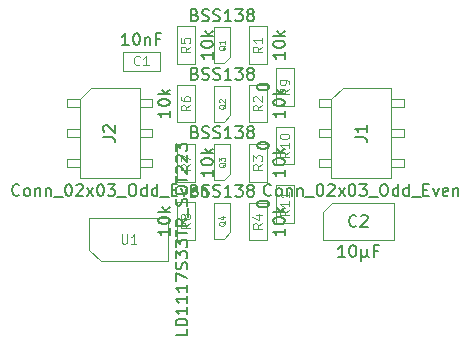
<source format=gbr>
%TF.GenerationSoftware,KiCad,Pcbnew,(5.1.6)-1*%
%TF.CreationDate,2020-06-05T20:50:24+02:00*%
%TF.ProjectId,TinyISPLevelShifter,54696e79-4953-4504-9c65-76656c536869,rev?*%
%TF.SameCoordinates,Original*%
%TF.FileFunction,Other,Fab,Top*%
%FSLAX46Y46*%
G04 Gerber Fmt 4.6, Leading zero omitted, Abs format (unit mm)*
G04 Created by KiCad (PCBNEW (5.1.6)-1) date 2020-06-05 20:50:24*
%MOMM*%
%LPD*%
G01*
G04 APERTURE LIST*
%ADD10C,0.100000*%
%ADD11C,0.150000*%
%ADD12C,0.120000*%
%ADD13C,0.075000*%
G04 APERTURE END LIST*
D10*
%TO.C,J2*%
X136838000Y-92268000D02*
X135778000Y-92268000D01*
X136838000Y-91628000D02*
X136838000Y-92268000D01*
X135778000Y-91628000D02*
X136838000Y-91628000D01*
X129638000Y-92268000D02*
X130698000Y-92268000D01*
X129638000Y-91628000D02*
X129638000Y-92268000D01*
X130698000Y-91628000D02*
X129638000Y-91628000D01*
X136838000Y-89728000D02*
X135778000Y-89728000D01*
X136838000Y-89088000D02*
X136838000Y-89728000D01*
X135778000Y-89088000D02*
X136838000Y-89088000D01*
X129638000Y-89728000D02*
X130698000Y-89728000D01*
X129638000Y-89088000D02*
X129638000Y-89728000D01*
X130698000Y-89088000D02*
X129638000Y-89088000D01*
X136838000Y-87188000D02*
X135778000Y-87188000D01*
X136838000Y-86548000D02*
X136838000Y-87188000D01*
X135778000Y-86548000D02*
X136838000Y-86548000D01*
X129638000Y-87188000D02*
X130698000Y-87188000D01*
X129638000Y-86548000D02*
X129638000Y-87188000D01*
X130698000Y-86548000D02*
X129638000Y-86548000D01*
X135778000Y-85598000D02*
X135778000Y-93218000D01*
X130698000Y-86548000D02*
X131648000Y-85598000D01*
X130698000Y-93218000D02*
X130698000Y-86548000D01*
X131648000Y-85598000D02*
X135778000Y-85598000D01*
X135778000Y-93218000D02*
X130698000Y-93218000D01*
%TO.C,J1*%
X158144000Y-92268000D02*
X157084000Y-92268000D01*
X158144000Y-91628000D02*
X158144000Y-92268000D01*
X157084000Y-91628000D02*
X158144000Y-91628000D01*
X150944000Y-92268000D02*
X152004000Y-92268000D01*
X150944000Y-91628000D02*
X150944000Y-92268000D01*
X152004000Y-91628000D02*
X150944000Y-91628000D01*
X158144000Y-89728000D02*
X157084000Y-89728000D01*
X158144000Y-89088000D02*
X158144000Y-89728000D01*
X157084000Y-89088000D02*
X158144000Y-89088000D01*
X150944000Y-89728000D02*
X152004000Y-89728000D01*
X150944000Y-89088000D02*
X150944000Y-89728000D01*
X152004000Y-89088000D02*
X150944000Y-89088000D01*
X158144000Y-87188000D02*
X157084000Y-87188000D01*
X158144000Y-86548000D02*
X158144000Y-87188000D01*
X157084000Y-86548000D02*
X158144000Y-86548000D01*
X150944000Y-87188000D02*
X152004000Y-87188000D01*
X150944000Y-86548000D02*
X150944000Y-87188000D01*
X152004000Y-86548000D02*
X150944000Y-86548000D01*
X157084000Y-85598000D02*
X157084000Y-93218000D01*
X152004000Y-86548000D02*
X152954000Y-85598000D01*
X152004000Y-93218000D02*
X152004000Y-86548000D01*
X152954000Y-85598000D02*
X157084000Y-85598000D01*
X157084000Y-93218000D02*
X152004000Y-93218000D01*
%TO.C,R11*%
X147282000Y-97013500D02*
X147282000Y-93813500D01*
X148882000Y-97013500D02*
X147282000Y-97013500D01*
X148882000Y-93813500D02*
X148882000Y-97013500D01*
X147282000Y-93813500D02*
X148882000Y-93813500D01*
%TO.C,R10*%
X147282000Y-92060500D02*
X147282000Y-88860500D01*
X148882000Y-92060500D02*
X147282000Y-92060500D01*
X148882000Y-88860500D02*
X148882000Y-92060500D01*
X147282000Y-88860500D02*
X148882000Y-88860500D01*
%TO.C,R9*%
X147282000Y-87107500D02*
X147282000Y-83907500D01*
X148882000Y-87107500D02*
X147282000Y-87107500D01*
X148882000Y-83907500D02*
X148882000Y-87107500D01*
X147282000Y-83907500D02*
X148882000Y-83907500D01*
%TO.C,C2*%
X157295000Y-95301000D02*
X152095000Y-95301000D01*
X152095000Y-95301000D02*
X151295000Y-96101000D01*
X151295000Y-96101000D02*
X151295000Y-98501000D01*
X151295000Y-98501000D02*
X157295000Y-98501000D01*
X157295000Y-98501000D02*
X157295000Y-95301000D01*
%TO.C,U1*%
X131510000Y-96575000D02*
X138210000Y-96575000D01*
X138210000Y-100275000D02*
X138210000Y-96575000D01*
X131510000Y-99275000D02*
X131510000Y-96575000D01*
X132510000Y-100275000D02*
X138210000Y-100275000D01*
X132510000Y-100275000D02*
X131510000Y-99275000D01*
%TO.C,R8*%
X138900000Y-98464500D02*
X138900000Y-95264500D01*
X140500000Y-98464500D02*
X138900000Y-98464500D01*
X140500000Y-95264500D02*
X140500000Y-98464500D01*
X138900000Y-95264500D02*
X140500000Y-95264500D01*
%TO.C,R7*%
X140500000Y-90311500D02*
X140500000Y-93511500D01*
X138900000Y-90311500D02*
X140500000Y-90311500D01*
X138900000Y-93511500D02*
X138900000Y-90311500D01*
X140500000Y-93511500D02*
X138900000Y-93511500D01*
%TO.C,R6*%
X138900000Y-88504500D02*
X138900000Y-85304500D01*
X140500000Y-88504500D02*
X138900000Y-88504500D01*
X140500000Y-85304500D02*
X140500000Y-88504500D01*
X138900000Y-85304500D02*
X140500000Y-85304500D01*
%TO.C,R5*%
X140500000Y-80351500D02*
X140500000Y-83551500D01*
X138900000Y-80351500D02*
X140500000Y-80351500D01*
X138900000Y-83551500D02*
X138900000Y-80351500D01*
X140500000Y-83551500D02*
X138900000Y-83551500D01*
%TO.C,R4*%
X146596000Y-95301000D02*
X146596000Y-98501000D01*
X144996000Y-95301000D02*
X146596000Y-95301000D01*
X144996000Y-98501000D02*
X144996000Y-95301000D01*
X146596000Y-98501000D02*
X144996000Y-98501000D01*
%TO.C,R3*%
X146596000Y-90311500D02*
X146596000Y-93511500D01*
X144996000Y-90311500D02*
X146596000Y-90311500D01*
X144996000Y-93511500D02*
X144996000Y-90311500D01*
X146596000Y-93511500D02*
X144996000Y-93511500D01*
%TO.C,R2*%
X146596000Y-85304500D02*
X146596000Y-88504500D01*
X144996000Y-85304500D02*
X146596000Y-85304500D01*
X144996000Y-88504500D02*
X144996000Y-85304500D01*
X146596000Y-88504500D02*
X144996000Y-88504500D01*
%TO.C,R1*%
X146596000Y-80351500D02*
X146596000Y-83551500D01*
X144996000Y-80351500D02*
X146596000Y-80351500D01*
X144996000Y-83551500D02*
X144996000Y-80351500D01*
X146596000Y-83551500D02*
X144996000Y-83551500D01*
%TO.C,Q4*%
X143448000Y-95317500D02*
X142048000Y-95317500D01*
X142048000Y-98357500D02*
X142048000Y-95317500D01*
X143448000Y-97787500D02*
X142898000Y-98357500D01*
X142898000Y-98357500D02*
X142048000Y-98357500D01*
X143448000Y-97787500D02*
X143448000Y-95337500D01*
%TO.C,Q3*%
X143464000Y-90362000D02*
X142064000Y-90362000D01*
X142064000Y-93402000D02*
X142064000Y-90362000D01*
X143464000Y-92832000D02*
X142914000Y-93402000D01*
X142914000Y-93402000D02*
X142064000Y-93402000D01*
X143464000Y-92832000D02*
X143464000Y-90382000D01*
%TO.C,Q2*%
X143464000Y-85414000D02*
X142064000Y-85414000D01*
X142064000Y-88454000D02*
X142064000Y-85414000D01*
X143464000Y-87884000D02*
X142914000Y-88454000D01*
X142914000Y-88454000D02*
X142064000Y-88454000D01*
X143464000Y-87884000D02*
X143464000Y-85434000D01*
%TO.C,Q1*%
X143448000Y-80461000D02*
X142048000Y-80461000D01*
X142048000Y-83501000D02*
X142048000Y-80461000D01*
X143448000Y-82931000D02*
X142898000Y-83501000D01*
X142898000Y-83501000D02*
X142048000Y-83501000D01*
X143448000Y-82931000D02*
X143448000Y-80481000D01*
%TO.C,C1*%
X134326500Y-82512000D02*
X137526500Y-82512000D01*
X134326500Y-84112000D02*
X134326500Y-82512000D01*
X137526500Y-84112000D02*
X134326500Y-84112000D01*
X137526500Y-82512000D02*
X137526500Y-84112000D01*
%TD*%
%TO.C,J2*%
D11*
X125595142Y-94635142D02*
X125547523Y-94682761D01*
X125404666Y-94730380D01*
X125309428Y-94730380D01*
X125166571Y-94682761D01*
X125071333Y-94587523D01*
X125023714Y-94492285D01*
X124976095Y-94301809D01*
X124976095Y-94158952D01*
X125023714Y-93968476D01*
X125071333Y-93873238D01*
X125166571Y-93778000D01*
X125309428Y-93730380D01*
X125404666Y-93730380D01*
X125547523Y-93778000D01*
X125595142Y-93825619D01*
X126166571Y-94730380D02*
X126071333Y-94682761D01*
X126023714Y-94635142D01*
X125976095Y-94539904D01*
X125976095Y-94254190D01*
X126023714Y-94158952D01*
X126071333Y-94111333D01*
X126166571Y-94063714D01*
X126309428Y-94063714D01*
X126404666Y-94111333D01*
X126452285Y-94158952D01*
X126499904Y-94254190D01*
X126499904Y-94539904D01*
X126452285Y-94635142D01*
X126404666Y-94682761D01*
X126309428Y-94730380D01*
X126166571Y-94730380D01*
X126928476Y-94063714D02*
X126928476Y-94730380D01*
X126928476Y-94158952D02*
X126976095Y-94111333D01*
X127071333Y-94063714D01*
X127214190Y-94063714D01*
X127309428Y-94111333D01*
X127357047Y-94206571D01*
X127357047Y-94730380D01*
X127833238Y-94063714D02*
X127833238Y-94730380D01*
X127833238Y-94158952D02*
X127880857Y-94111333D01*
X127976095Y-94063714D01*
X128118952Y-94063714D01*
X128214190Y-94111333D01*
X128261809Y-94206571D01*
X128261809Y-94730380D01*
X128499904Y-94825619D02*
X129261809Y-94825619D01*
X129690380Y-93730380D02*
X129785619Y-93730380D01*
X129880857Y-93778000D01*
X129928476Y-93825619D01*
X129976095Y-93920857D01*
X130023714Y-94111333D01*
X130023714Y-94349428D01*
X129976095Y-94539904D01*
X129928476Y-94635142D01*
X129880857Y-94682761D01*
X129785619Y-94730380D01*
X129690380Y-94730380D01*
X129595142Y-94682761D01*
X129547523Y-94635142D01*
X129499904Y-94539904D01*
X129452285Y-94349428D01*
X129452285Y-94111333D01*
X129499904Y-93920857D01*
X129547523Y-93825619D01*
X129595142Y-93778000D01*
X129690380Y-93730380D01*
X130404666Y-93825619D02*
X130452285Y-93778000D01*
X130547523Y-93730380D01*
X130785619Y-93730380D01*
X130880857Y-93778000D01*
X130928476Y-93825619D01*
X130976095Y-93920857D01*
X130976095Y-94016095D01*
X130928476Y-94158952D01*
X130357047Y-94730380D01*
X130976095Y-94730380D01*
X131309428Y-94730380D02*
X131833238Y-94063714D01*
X131309428Y-94063714D02*
X131833238Y-94730380D01*
X132404666Y-93730380D02*
X132499904Y-93730380D01*
X132595142Y-93778000D01*
X132642761Y-93825619D01*
X132690380Y-93920857D01*
X132738000Y-94111333D01*
X132738000Y-94349428D01*
X132690380Y-94539904D01*
X132642761Y-94635142D01*
X132595142Y-94682761D01*
X132499904Y-94730380D01*
X132404666Y-94730380D01*
X132309428Y-94682761D01*
X132261809Y-94635142D01*
X132214190Y-94539904D01*
X132166571Y-94349428D01*
X132166571Y-94111333D01*
X132214190Y-93920857D01*
X132261809Y-93825619D01*
X132309428Y-93778000D01*
X132404666Y-93730380D01*
X133071333Y-93730380D02*
X133690380Y-93730380D01*
X133357047Y-94111333D01*
X133499904Y-94111333D01*
X133595142Y-94158952D01*
X133642761Y-94206571D01*
X133690380Y-94301809D01*
X133690380Y-94539904D01*
X133642761Y-94635142D01*
X133595142Y-94682761D01*
X133499904Y-94730380D01*
X133214190Y-94730380D01*
X133118952Y-94682761D01*
X133071333Y-94635142D01*
X133880857Y-94825619D02*
X134642761Y-94825619D01*
X135071333Y-93730380D02*
X135261809Y-93730380D01*
X135357047Y-93778000D01*
X135452285Y-93873238D01*
X135499904Y-94063714D01*
X135499904Y-94397047D01*
X135452285Y-94587523D01*
X135357047Y-94682761D01*
X135261809Y-94730380D01*
X135071333Y-94730380D01*
X134976095Y-94682761D01*
X134880857Y-94587523D01*
X134833238Y-94397047D01*
X134833238Y-94063714D01*
X134880857Y-93873238D01*
X134976095Y-93778000D01*
X135071333Y-93730380D01*
X136357047Y-94730380D02*
X136357047Y-93730380D01*
X136357047Y-94682761D02*
X136261809Y-94730380D01*
X136071333Y-94730380D01*
X135976095Y-94682761D01*
X135928476Y-94635142D01*
X135880857Y-94539904D01*
X135880857Y-94254190D01*
X135928476Y-94158952D01*
X135976095Y-94111333D01*
X136071333Y-94063714D01*
X136261809Y-94063714D01*
X136357047Y-94111333D01*
X137261809Y-94730380D02*
X137261809Y-93730380D01*
X137261809Y-94682761D02*
X137166571Y-94730380D01*
X136976095Y-94730380D01*
X136880857Y-94682761D01*
X136833238Y-94635142D01*
X136785619Y-94539904D01*
X136785619Y-94254190D01*
X136833238Y-94158952D01*
X136880857Y-94111333D01*
X136976095Y-94063714D01*
X137166571Y-94063714D01*
X137261809Y-94111333D01*
X137499904Y-94825619D02*
X138261809Y-94825619D01*
X138499904Y-94206571D02*
X138833238Y-94206571D01*
X138976095Y-94730380D02*
X138499904Y-94730380D01*
X138499904Y-93730380D01*
X138976095Y-93730380D01*
X139309428Y-94063714D02*
X139547523Y-94730380D01*
X139785619Y-94063714D01*
X140547523Y-94682761D02*
X140452285Y-94730380D01*
X140261809Y-94730380D01*
X140166571Y-94682761D01*
X140118952Y-94587523D01*
X140118952Y-94206571D01*
X140166571Y-94111333D01*
X140261809Y-94063714D01*
X140452285Y-94063714D01*
X140547523Y-94111333D01*
X140595142Y-94206571D01*
X140595142Y-94301809D01*
X140118952Y-94397047D01*
X141023714Y-94063714D02*
X141023714Y-94730380D01*
X141023714Y-94158952D02*
X141071333Y-94111333D01*
X141166571Y-94063714D01*
X141309428Y-94063714D01*
X141404666Y-94111333D01*
X141452285Y-94206571D01*
X141452285Y-94730380D01*
X132690380Y-89741333D02*
X133404666Y-89741333D01*
X133547523Y-89788952D01*
X133642761Y-89884190D01*
X133690380Y-90027047D01*
X133690380Y-90122285D01*
X132785619Y-89312761D02*
X132738000Y-89265142D01*
X132690380Y-89169904D01*
X132690380Y-88931809D01*
X132738000Y-88836571D01*
X132785619Y-88788952D01*
X132880857Y-88741333D01*
X132976095Y-88741333D01*
X133118952Y-88788952D01*
X133690380Y-89360380D01*
X133690380Y-88741333D01*
%TO.C,J1*%
X146901142Y-94635142D02*
X146853523Y-94682761D01*
X146710666Y-94730380D01*
X146615428Y-94730380D01*
X146472571Y-94682761D01*
X146377333Y-94587523D01*
X146329714Y-94492285D01*
X146282095Y-94301809D01*
X146282095Y-94158952D01*
X146329714Y-93968476D01*
X146377333Y-93873238D01*
X146472571Y-93778000D01*
X146615428Y-93730380D01*
X146710666Y-93730380D01*
X146853523Y-93778000D01*
X146901142Y-93825619D01*
X147472571Y-94730380D02*
X147377333Y-94682761D01*
X147329714Y-94635142D01*
X147282095Y-94539904D01*
X147282095Y-94254190D01*
X147329714Y-94158952D01*
X147377333Y-94111333D01*
X147472571Y-94063714D01*
X147615428Y-94063714D01*
X147710666Y-94111333D01*
X147758285Y-94158952D01*
X147805904Y-94254190D01*
X147805904Y-94539904D01*
X147758285Y-94635142D01*
X147710666Y-94682761D01*
X147615428Y-94730380D01*
X147472571Y-94730380D01*
X148234476Y-94063714D02*
X148234476Y-94730380D01*
X148234476Y-94158952D02*
X148282095Y-94111333D01*
X148377333Y-94063714D01*
X148520190Y-94063714D01*
X148615428Y-94111333D01*
X148663047Y-94206571D01*
X148663047Y-94730380D01*
X149139238Y-94063714D02*
X149139238Y-94730380D01*
X149139238Y-94158952D02*
X149186857Y-94111333D01*
X149282095Y-94063714D01*
X149424952Y-94063714D01*
X149520190Y-94111333D01*
X149567809Y-94206571D01*
X149567809Y-94730380D01*
X149805904Y-94825619D02*
X150567809Y-94825619D01*
X150996380Y-93730380D02*
X151091619Y-93730380D01*
X151186857Y-93778000D01*
X151234476Y-93825619D01*
X151282095Y-93920857D01*
X151329714Y-94111333D01*
X151329714Y-94349428D01*
X151282095Y-94539904D01*
X151234476Y-94635142D01*
X151186857Y-94682761D01*
X151091619Y-94730380D01*
X150996380Y-94730380D01*
X150901142Y-94682761D01*
X150853523Y-94635142D01*
X150805904Y-94539904D01*
X150758285Y-94349428D01*
X150758285Y-94111333D01*
X150805904Y-93920857D01*
X150853523Y-93825619D01*
X150901142Y-93778000D01*
X150996380Y-93730380D01*
X151710666Y-93825619D02*
X151758285Y-93778000D01*
X151853523Y-93730380D01*
X152091619Y-93730380D01*
X152186857Y-93778000D01*
X152234476Y-93825619D01*
X152282095Y-93920857D01*
X152282095Y-94016095D01*
X152234476Y-94158952D01*
X151663047Y-94730380D01*
X152282095Y-94730380D01*
X152615428Y-94730380D02*
X153139238Y-94063714D01*
X152615428Y-94063714D02*
X153139238Y-94730380D01*
X153710666Y-93730380D02*
X153805904Y-93730380D01*
X153901142Y-93778000D01*
X153948761Y-93825619D01*
X153996380Y-93920857D01*
X154044000Y-94111333D01*
X154044000Y-94349428D01*
X153996380Y-94539904D01*
X153948761Y-94635142D01*
X153901142Y-94682761D01*
X153805904Y-94730380D01*
X153710666Y-94730380D01*
X153615428Y-94682761D01*
X153567809Y-94635142D01*
X153520190Y-94539904D01*
X153472571Y-94349428D01*
X153472571Y-94111333D01*
X153520190Y-93920857D01*
X153567809Y-93825619D01*
X153615428Y-93778000D01*
X153710666Y-93730380D01*
X154377333Y-93730380D02*
X154996380Y-93730380D01*
X154663047Y-94111333D01*
X154805904Y-94111333D01*
X154901142Y-94158952D01*
X154948761Y-94206571D01*
X154996380Y-94301809D01*
X154996380Y-94539904D01*
X154948761Y-94635142D01*
X154901142Y-94682761D01*
X154805904Y-94730380D01*
X154520190Y-94730380D01*
X154424952Y-94682761D01*
X154377333Y-94635142D01*
X155186857Y-94825619D02*
X155948761Y-94825619D01*
X156377333Y-93730380D02*
X156567809Y-93730380D01*
X156663047Y-93778000D01*
X156758285Y-93873238D01*
X156805904Y-94063714D01*
X156805904Y-94397047D01*
X156758285Y-94587523D01*
X156663047Y-94682761D01*
X156567809Y-94730380D01*
X156377333Y-94730380D01*
X156282095Y-94682761D01*
X156186857Y-94587523D01*
X156139238Y-94397047D01*
X156139238Y-94063714D01*
X156186857Y-93873238D01*
X156282095Y-93778000D01*
X156377333Y-93730380D01*
X157663047Y-94730380D02*
X157663047Y-93730380D01*
X157663047Y-94682761D02*
X157567809Y-94730380D01*
X157377333Y-94730380D01*
X157282095Y-94682761D01*
X157234476Y-94635142D01*
X157186857Y-94539904D01*
X157186857Y-94254190D01*
X157234476Y-94158952D01*
X157282095Y-94111333D01*
X157377333Y-94063714D01*
X157567809Y-94063714D01*
X157663047Y-94111333D01*
X158567809Y-94730380D02*
X158567809Y-93730380D01*
X158567809Y-94682761D02*
X158472571Y-94730380D01*
X158282095Y-94730380D01*
X158186857Y-94682761D01*
X158139238Y-94635142D01*
X158091619Y-94539904D01*
X158091619Y-94254190D01*
X158139238Y-94158952D01*
X158186857Y-94111333D01*
X158282095Y-94063714D01*
X158472571Y-94063714D01*
X158567809Y-94111333D01*
X158805904Y-94825619D02*
X159567809Y-94825619D01*
X159805904Y-94206571D02*
X160139238Y-94206571D01*
X160282095Y-94730380D02*
X159805904Y-94730380D01*
X159805904Y-93730380D01*
X160282095Y-93730380D01*
X160615428Y-94063714D02*
X160853523Y-94730380D01*
X161091619Y-94063714D01*
X161853523Y-94682761D02*
X161758285Y-94730380D01*
X161567809Y-94730380D01*
X161472571Y-94682761D01*
X161424952Y-94587523D01*
X161424952Y-94206571D01*
X161472571Y-94111333D01*
X161567809Y-94063714D01*
X161758285Y-94063714D01*
X161853523Y-94111333D01*
X161901142Y-94206571D01*
X161901142Y-94301809D01*
X161424952Y-94397047D01*
X162329714Y-94063714D02*
X162329714Y-94730380D01*
X162329714Y-94158952D02*
X162377333Y-94111333D01*
X162472571Y-94063714D01*
X162615428Y-94063714D01*
X162710666Y-94111333D01*
X162758285Y-94206571D01*
X162758285Y-94730380D01*
X153996380Y-89741333D02*
X154710666Y-89741333D01*
X154853523Y-89788952D01*
X154948761Y-89884190D01*
X154996380Y-90027047D01*
X154996380Y-90122285D01*
X154996380Y-88741333D02*
X154996380Y-89312761D01*
X154996380Y-89027047D02*
X153996380Y-89027047D01*
X154139238Y-89122285D01*
X154234476Y-89217523D01*
X154282095Y-89312761D01*
%TO.C,R11*%
X145714380Y-95461119D02*
X145714380Y-95365880D01*
X145762000Y-95270642D01*
X145809619Y-95223023D01*
X145904857Y-95175404D01*
X146095333Y-95127785D01*
X146333428Y-95127785D01*
X146523904Y-95175404D01*
X146619142Y-95223023D01*
X146666761Y-95270642D01*
X146714380Y-95365880D01*
X146714380Y-95461119D01*
X146666761Y-95556357D01*
X146619142Y-95603976D01*
X146523904Y-95651595D01*
X146333428Y-95699214D01*
X146095333Y-95699214D01*
X145904857Y-95651595D01*
X145809619Y-95603976D01*
X145762000Y-95556357D01*
X145714380Y-95461119D01*
D12*
X148443904Y-95927785D02*
X148062952Y-96194452D01*
X148443904Y-96384928D02*
X147643904Y-96384928D01*
X147643904Y-96080166D01*
X147682000Y-96003976D01*
X147720095Y-95965880D01*
X147796285Y-95927785D01*
X147910571Y-95927785D01*
X147986761Y-95965880D01*
X148024857Y-96003976D01*
X148062952Y-96080166D01*
X148062952Y-96384928D01*
X148443904Y-95165880D02*
X148443904Y-95623023D01*
X148443904Y-95394452D02*
X147643904Y-95394452D01*
X147758190Y-95470642D01*
X147834380Y-95546833D01*
X147872476Y-95623023D01*
X148443904Y-94403976D02*
X148443904Y-94861119D01*
X148443904Y-94632547D02*
X147643904Y-94632547D01*
X147758190Y-94708738D01*
X147834380Y-94784928D01*
X147872476Y-94861119D01*
%TO.C,R10*%
D11*
X145714380Y-90508119D02*
X145714380Y-90412880D01*
X145762000Y-90317642D01*
X145809619Y-90270023D01*
X145904857Y-90222404D01*
X146095333Y-90174785D01*
X146333428Y-90174785D01*
X146523904Y-90222404D01*
X146619142Y-90270023D01*
X146666761Y-90317642D01*
X146714380Y-90412880D01*
X146714380Y-90508119D01*
X146666761Y-90603357D01*
X146619142Y-90650976D01*
X146523904Y-90698595D01*
X146333428Y-90746214D01*
X146095333Y-90746214D01*
X145904857Y-90698595D01*
X145809619Y-90650976D01*
X145762000Y-90603357D01*
X145714380Y-90508119D01*
D12*
X148443904Y-90974785D02*
X148062952Y-91241452D01*
X148443904Y-91431928D02*
X147643904Y-91431928D01*
X147643904Y-91127166D01*
X147682000Y-91050976D01*
X147720095Y-91012880D01*
X147796285Y-90974785D01*
X147910571Y-90974785D01*
X147986761Y-91012880D01*
X148024857Y-91050976D01*
X148062952Y-91127166D01*
X148062952Y-91431928D01*
X148443904Y-90212880D02*
X148443904Y-90670023D01*
X148443904Y-90441452D02*
X147643904Y-90441452D01*
X147758190Y-90517642D01*
X147834380Y-90593833D01*
X147872476Y-90670023D01*
X147643904Y-89717642D02*
X147643904Y-89641452D01*
X147682000Y-89565261D01*
X147720095Y-89527166D01*
X147796285Y-89489071D01*
X147948666Y-89450976D01*
X148139142Y-89450976D01*
X148291523Y-89489071D01*
X148367714Y-89527166D01*
X148405809Y-89565261D01*
X148443904Y-89641452D01*
X148443904Y-89717642D01*
X148405809Y-89793833D01*
X148367714Y-89831928D01*
X148291523Y-89870023D01*
X148139142Y-89908119D01*
X147948666Y-89908119D01*
X147796285Y-89870023D01*
X147720095Y-89831928D01*
X147682000Y-89793833D01*
X147643904Y-89717642D01*
%TO.C,R9*%
D11*
X145714380Y-85555119D02*
X145714380Y-85459880D01*
X145762000Y-85364642D01*
X145809619Y-85317023D01*
X145904857Y-85269404D01*
X146095333Y-85221785D01*
X146333428Y-85221785D01*
X146523904Y-85269404D01*
X146619142Y-85317023D01*
X146666761Y-85364642D01*
X146714380Y-85459880D01*
X146714380Y-85555119D01*
X146666761Y-85650357D01*
X146619142Y-85697976D01*
X146523904Y-85745595D01*
X146333428Y-85793214D01*
X146095333Y-85793214D01*
X145904857Y-85745595D01*
X145809619Y-85697976D01*
X145762000Y-85650357D01*
X145714380Y-85555119D01*
D12*
X148443904Y-85640833D02*
X148062952Y-85907500D01*
X148443904Y-86097976D02*
X147643904Y-86097976D01*
X147643904Y-85793214D01*
X147682000Y-85717023D01*
X147720095Y-85678928D01*
X147796285Y-85640833D01*
X147910571Y-85640833D01*
X147986761Y-85678928D01*
X148024857Y-85717023D01*
X148062952Y-85793214D01*
X148062952Y-86097976D01*
X148443904Y-85259880D02*
X148443904Y-85107500D01*
X148405809Y-85031309D01*
X148367714Y-84993214D01*
X148253428Y-84917023D01*
X148101047Y-84878928D01*
X147796285Y-84878928D01*
X147720095Y-84917023D01*
X147682000Y-84955119D01*
X147643904Y-85031309D01*
X147643904Y-85183690D01*
X147682000Y-85259880D01*
X147720095Y-85297976D01*
X147796285Y-85336071D01*
X147986761Y-85336071D01*
X148062952Y-85297976D01*
X148101047Y-85259880D01*
X148139142Y-85183690D01*
X148139142Y-85031309D01*
X148101047Y-84955119D01*
X148062952Y-84917023D01*
X147986761Y-84878928D01*
%TO.C,C2*%
D11*
X153152142Y-99903380D02*
X152580714Y-99903380D01*
X152866428Y-99903380D02*
X152866428Y-98903380D01*
X152771190Y-99046238D01*
X152675952Y-99141476D01*
X152580714Y-99189095D01*
X153771190Y-98903380D02*
X153866428Y-98903380D01*
X153961666Y-98951000D01*
X154009285Y-98998619D01*
X154056904Y-99093857D01*
X154104523Y-99284333D01*
X154104523Y-99522428D01*
X154056904Y-99712904D01*
X154009285Y-99808142D01*
X153961666Y-99855761D01*
X153866428Y-99903380D01*
X153771190Y-99903380D01*
X153675952Y-99855761D01*
X153628333Y-99808142D01*
X153580714Y-99712904D01*
X153533095Y-99522428D01*
X153533095Y-99284333D01*
X153580714Y-99093857D01*
X153628333Y-98998619D01*
X153675952Y-98951000D01*
X153771190Y-98903380D01*
X154533095Y-99236714D02*
X154533095Y-100236714D01*
X155009285Y-99760523D02*
X155056904Y-99855761D01*
X155152142Y-99903380D01*
X154533095Y-99760523D02*
X154580714Y-99855761D01*
X154675952Y-99903380D01*
X154866428Y-99903380D01*
X154961666Y-99855761D01*
X155009285Y-99760523D01*
X155009285Y-99236714D01*
X155914047Y-99379571D02*
X155580714Y-99379571D01*
X155580714Y-99903380D02*
X155580714Y-98903380D01*
X156056904Y-98903380D01*
X154128333Y-97258142D02*
X154080714Y-97305761D01*
X153937857Y-97353380D01*
X153842619Y-97353380D01*
X153699761Y-97305761D01*
X153604523Y-97210523D01*
X153556904Y-97115285D01*
X153509285Y-96924809D01*
X153509285Y-96781952D01*
X153556904Y-96591476D01*
X153604523Y-96496238D01*
X153699761Y-96401000D01*
X153842619Y-96353380D01*
X153937857Y-96353380D01*
X154080714Y-96401000D01*
X154128333Y-96448619D01*
X154509285Y-96448619D02*
X154556904Y-96401000D01*
X154652142Y-96353380D01*
X154890238Y-96353380D01*
X154985476Y-96401000D01*
X155033095Y-96448619D01*
X155080714Y-96543857D01*
X155080714Y-96639095D01*
X155033095Y-96781952D01*
X154461666Y-97353380D01*
X155080714Y-97353380D01*
%TO.C,U1*%
X139812380Y-106020238D02*
X139812380Y-106496428D01*
X138812380Y-106496428D01*
X139812380Y-105686904D02*
X138812380Y-105686904D01*
X138812380Y-105448809D01*
X138860000Y-105305952D01*
X138955238Y-105210714D01*
X139050476Y-105163095D01*
X139240952Y-105115476D01*
X139383809Y-105115476D01*
X139574285Y-105163095D01*
X139669523Y-105210714D01*
X139764761Y-105305952D01*
X139812380Y-105448809D01*
X139812380Y-105686904D01*
X139812380Y-104163095D02*
X139812380Y-104734523D01*
X139812380Y-104448809D02*
X138812380Y-104448809D01*
X138955238Y-104544047D01*
X139050476Y-104639285D01*
X139098095Y-104734523D01*
X139812380Y-103210714D02*
X139812380Y-103782142D01*
X139812380Y-103496428D02*
X138812380Y-103496428D01*
X138955238Y-103591666D01*
X139050476Y-103686904D01*
X139098095Y-103782142D01*
X139812380Y-102258333D02*
X139812380Y-102829761D01*
X139812380Y-102544047D02*
X138812380Y-102544047D01*
X138955238Y-102639285D01*
X139050476Y-102734523D01*
X139098095Y-102829761D01*
X138812380Y-101925000D02*
X138812380Y-101258333D01*
X139812380Y-101686904D01*
X139764761Y-100925000D02*
X139812380Y-100782142D01*
X139812380Y-100544047D01*
X139764761Y-100448809D01*
X139717142Y-100401190D01*
X139621904Y-100353571D01*
X139526666Y-100353571D01*
X139431428Y-100401190D01*
X139383809Y-100448809D01*
X139336190Y-100544047D01*
X139288571Y-100734523D01*
X139240952Y-100829761D01*
X139193333Y-100877380D01*
X139098095Y-100925000D01*
X139002857Y-100925000D01*
X138907619Y-100877380D01*
X138860000Y-100829761D01*
X138812380Y-100734523D01*
X138812380Y-100496428D01*
X138860000Y-100353571D01*
X138812380Y-100020238D02*
X138812380Y-99401190D01*
X139193333Y-99734523D01*
X139193333Y-99591666D01*
X139240952Y-99496428D01*
X139288571Y-99448809D01*
X139383809Y-99401190D01*
X139621904Y-99401190D01*
X139717142Y-99448809D01*
X139764761Y-99496428D01*
X139812380Y-99591666D01*
X139812380Y-99877380D01*
X139764761Y-99972619D01*
X139717142Y-100020238D01*
X138812380Y-99067857D02*
X138812380Y-98448809D01*
X139193333Y-98782142D01*
X139193333Y-98639285D01*
X139240952Y-98544047D01*
X139288571Y-98496428D01*
X139383809Y-98448809D01*
X139621904Y-98448809D01*
X139717142Y-98496428D01*
X139764761Y-98544047D01*
X139812380Y-98639285D01*
X139812380Y-98925000D01*
X139764761Y-99020238D01*
X139717142Y-99067857D01*
X138812380Y-98163095D02*
X138812380Y-97591666D01*
X139812380Y-97877380D02*
X138812380Y-97877380D01*
X139812380Y-96686904D02*
X139336190Y-97020238D01*
X139812380Y-97258333D02*
X138812380Y-97258333D01*
X138812380Y-96877380D01*
X138860000Y-96782142D01*
X138907619Y-96734523D01*
X139002857Y-96686904D01*
X139145714Y-96686904D01*
X139240952Y-96734523D01*
X139288571Y-96782142D01*
X139336190Y-96877380D01*
X139336190Y-97258333D01*
X139907619Y-96496428D02*
X139907619Y-95734523D01*
X139764761Y-95544047D02*
X139812380Y-95401190D01*
X139812380Y-95163095D01*
X139764761Y-95067857D01*
X139717142Y-95020238D01*
X139621904Y-94972619D01*
X139526666Y-94972619D01*
X139431428Y-95020238D01*
X139383809Y-95067857D01*
X139336190Y-95163095D01*
X139288571Y-95353571D01*
X139240952Y-95448809D01*
X139193333Y-95496428D01*
X139098095Y-95544047D01*
X139002857Y-95544047D01*
X138907619Y-95496428D01*
X138860000Y-95448809D01*
X138812380Y-95353571D01*
X138812380Y-95115476D01*
X138860000Y-94972619D01*
X138812380Y-94353571D02*
X138812380Y-94163095D01*
X138860000Y-94067857D01*
X138955238Y-93972619D01*
X139145714Y-93925000D01*
X139479047Y-93925000D01*
X139669523Y-93972619D01*
X139764761Y-94067857D01*
X139812380Y-94163095D01*
X139812380Y-94353571D01*
X139764761Y-94448809D01*
X139669523Y-94544047D01*
X139479047Y-94591666D01*
X139145714Y-94591666D01*
X138955238Y-94544047D01*
X138860000Y-94448809D01*
X138812380Y-94353571D01*
X138812380Y-93639285D02*
X138812380Y-93067857D01*
X139812380Y-93353571D02*
X138812380Y-93353571D01*
X138907619Y-92782142D02*
X138860000Y-92734523D01*
X138812380Y-92639285D01*
X138812380Y-92401190D01*
X138860000Y-92305952D01*
X138907619Y-92258333D01*
X139002857Y-92210714D01*
X139098095Y-92210714D01*
X139240952Y-92258333D01*
X139812380Y-92829761D01*
X139812380Y-92210714D01*
X138907619Y-91829761D02*
X138860000Y-91782142D01*
X138812380Y-91686904D01*
X138812380Y-91448809D01*
X138860000Y-91353571D01*
X138907619Y-91305952D01*
X139002857Y-91258333D01*
X139098095Y-91258333D01*
X139240952Y-91305952D01*
X139812380Y-91877380D01*
X139812380Y-91258333D01*
X138812380Y-90925000D02*
X138812380Y-90305952D01*
X139193333Y-90639285D01*
X139193333Y-90496428D01*
X139240952Y-90401190D01*
X139288571Y-90353571D01*
X139383809Y-90305952D01*
X139621904Y-90305952D01*
X139717142Y-90353571D01*
X139764761Y-90401190D01*
X139812380Y-90496428D01*
X139812380Y-90782142D01*
X139764761Y-90877380D01*
X139717142Y-90925000D01*
D12*
X134250476Y-97986904D02*
X134250476Y-98634523D01*
X134288571Y-98710714D01*
X134326666Y-98748809D01*
X134402857Y-98786904D01*
X134555238Y-98786904D01*
X134631428Y-98748809D01*
X134669523Y-98710714D01*
X134707619Y-98634523D01*
X134707619Y-97986904D01*
X135507619Y-98786904D02*
X135050476Y-98786904D01*
X135279047Y-98786904D02*
X135279047Y-97986904D01*
X135202857Y-98101190D01*
X135126666Y-98177380D01*
X135050476Y-98215476D01*
%TO.C,R8*%
D11*
X138332380Y-97459738D02*
X138332380Y-98031166D01*
X138332380Y-97745452D02*
X137332380Y-97745452D01*
X137475238Y-97840690D01*
X137570476Y-97935928D01*
X137618095Y-98031166D01*
X137332380Y-96840690D02*
X137332380Y-96745452D01*
X137380000Y-96650214D01*
X137427619Y-96602595D01*
X137522857Y-96554976D01*
X137713333Y-96507357D01*
X137951428Y-96507357D01*
X138141904Y-96554976D01*
X138237142Y-96602595D01*
X138284761Y-96650214D01*
X138332380Y-96745452D01*
X138332380Y-96840690D01*
X138284761Y-96935928D01*
X138237142Y-96983547D01*
X138141904Y-97031166D01*
X137951428Y-97078785D01*
X137713333Y-97078785D01*
X137522857Y-97031166D01*
X137427619Y-96983547D01*
X137380000Y-96935928D01*
X137332380Y-96840690D01*
X138332380Y-96078785D02*
X137332380Y-96078785D01*
X137951428Y-95983547D02*
X138332380Y-95697833D01*
X137665714Y-95697833D02*
X138046666Y-96078785D01*
D12*
X140061904Y-96997833D02*
X139680952Y-97264500D01*
X140061904Y-97454976D02*
X139261904Y-97454976D01*
X139261904Y-97150214D01*
X139300000Y-97074023D01*
X139338095Y-97035928D01*
X139414285Y-96997833D01*
X139528571Y-96997833D01*
X139604761Y-97035928D01*
X139642857Y-97074023D01*
X139680952Y-97150214D01*
X139680952Y-97454976D01*
X139604761Y-96540690D02*
X139566666Y-96616880D01*
X139528571Y-96654976D01*
X139452380Y-96693071D01*
X139414285Y-96693071D01*
X139338095Y-96654976D01*
X139300000Y-96616880D01*
X139261904Y-96540690D01*
X139261904Y-96388309D01*
X139300000Y-96312119D01*
X139338095Y-96274023D01*
X139414285Y-96235928D01*
X139452380Y-96235928D01*
X139528571Y-96274023D01*
X139566666Y-96312119D01*
X139604761Y-96388309D01*
X139604761Y-96540690D01*
X139642857Y-96616880D01*
X139680952Y-96654976D01*
X139757142Y-96693071D01*
X139909523Y-96693071D01*
X139985714Y-96654976D01*
X140023809Y-96616880D01*
X140061904Y-96540690D01*
X140061904Y-96388309D01*
X140023809Y-96312119D01*
X139985714Y-96274023D01*
X139909523Y-96235928D01*
X139757142Y-96235928D01*
X139680952Y-96274023D01*
X139642857Y-96312119D01*
X139604761Y-96388309D01*
%TO.C,R7*%
D11*
X141972380Y-92506738D02*
X141972380Y-93078166D01*
X141972380Y-92792452D02*
X140972380Y-92792452D01*
X141115238Y-92887690D01*
X141210476Y-92982928D01*
X141258095Y-93078166D01*
X140972380Y-91887690D02*
X140972380Y-91792452D01*
X141020000Y-91697214D01*
X141067619Y-91649595D01*
X141162857Y-91601976D01*
X141353333Y-91554357D01*
X141591428Y-91554357D01*
X141781904Y-91601976D01*
X141877142Y-91649595D01*
X141924761Y-91697214D01*
X141972380Y-91792452D01*
X141972380Y-91887690D01*
X141924761Y-91982928D01*
X141877142Y-92030547D01*
X141781904Y-92078166D01*
X141591428Y-92125785D01*
X141353333Y-92125785D01*
X141162857Y-92078166D01*
X141067619Y-92030547D01*
X141020000Y-91982928D01*
X140972380Y-91887690D01*
X141972380Y-91125785D02*
X140972380Y-91125785D01*
X141591428Y-91030547D02*
X141972380Y-90744833D01*
X141305714Y-90744833D02*
X141686666Y-91125785D01*
D12*
X140061904Y-92044833D02*
X139680952Y-92311500D01*
X140061904Y-92501976D02*
X139261904Y-92501976D01*
X139261904Y-92197214D01*
X139300000Y-92121023D01*
X139338095Y-92082928D01*
X139414285Y-92044833D01*
X139528571Y-92044833D01*
X139604761Y-92082928D01*
X139642857Y-92121023D01*
X139680952Y-92197214D01*
X139680952Y-92501976D01*
X139261904Y-91778166D02*
X139261904Y-91244833D01*
X140061904Y-91587690D01*
%TO.C,R6*%
D11*
X138332380Y-87499738D02*
X138332380Y-88071166D01*
X138332380Y-87785452D02*
X137332380Y-87785452D01*
X137475238Y-87880690D01*
X137570476Y-87975928D01*
X137618095Y-88071166D01*
X137332380Y-86880690D02*
X137332380Y-86785452D01*
X137380000Y-86690214D01*
X137427619Y-86642595D01*
X137522857Y-86594976D01*
X137713333Y-86547357D01*
X137951428Y-86547357D01*
X138141904Y-86594976D01*
X138237142Y-86642595D01*
X138284761Y-86690214D01*
X138332380Y-86785452D01*
X138332380Y-86880690D01*
X138284761Y-86975928D01*
X138237142Y-87023547D01*
X138141904Y-87071166D01*
X137951428Y-87118785D01*
X137713333Y-87118785D01*
X137522857Y-87071166D01*
X137427619Y-87023547D01*
X137380000Y-86975928D01*
X137332380Y-86880690D01*
X138332380Y-86118785D02*
X137332380Y-86118785D01*
X137951428Y-86023547D02*
X138332380Y-85737833D01*
X137665714Y-85737833D02*
X138046666Y-86118785D01*
D12*
X140061904Y-87037833D02*
X139680952Y-87304500D01*
X140061904Y-87494976D02*
X139261904Y-87494976D01*
X139261904Y-87190214D01*
X139300000Y-87114023D01*
X139338095Y-87075928D01*
X139414285Y-87037833D01*
X139528571Y-87037833D01*
X139604761Y-87075928D01*
X139642857Y-87114023D01*
X139680952Y-87190214D01*
X139680952Y-87494976D01*
X139261904Y-86352119D02*
X139261904Y-86504500D01*
X139300000Y-86580690D01*
X139338095Y-86618785D01*
X139452380Y-86694976D01*
X139604761Y-86733071D01*
X139909523Y-86733071D01*
X139985714Y-86694976D01*
X140023809Y-86656880D01*
X140061904Y-86580690D01*
X140061904Y-86428309D01*
X140023809Y-86352119D01*
X139985714Y-86314023D01*
X139909523Y-86275928D01*
X139719047Y-86275928D01*
X139642857Y-86314023D01*
X139604761Y-86352119D01*
X139566666Y-86428309D01*
X139566666Y-86580690D01*
X139604761Y-86656880D01*
X139642857Y-86694976D01*
X139719047Y-86733071D01*
%TO.C,R5*%
D11*
X141972380Y-82546738D02*
X141972380Y-83118166D01*
X141972380Y-82832452D02*
X140972380Y-82832452D01*
X141115238Y-82927690D01*
X141210476Y-83022928D01*
X141258095Y-83118166D01*
X140972380Y-81927690D02*
X140972380Y-81832452D01*
X141020000Y-81737214D01*
X141067619Y-81689595D01*
X141162857Y-81641976D01*
X141353333Y-81594357D01*
X141591428Y-81594357D01*
X141781904Y-81641976D01*
X141877142Y-81689595D01*
X141924761Y-81737214D01*
X141972380Y-81832452D01*
X141972380Y-81927690D01*
X141924761Y-82022928D01*
X141877142Y-82070547D01*
X141781904Y-82118166D01*
X141591428Y-82165785D01*
X141353333Y-82165785D01*
X141162857Y-82118166D01*
X141067619Y-82070547D01*
X141020000Y-82022928D01*
X140972380Y-81927690D01*
X141972380Y-81165785D02*
X140972380Y-81165785D01*
X141591428Y-81070547D02*
X141972380Y-80784833D01*
X141305714Y-80784833D02*
X141686666Y-81165785D01*
D12*
X140061904Y-82084833D02*
X139680952Y-82351500D01*
X140061904Y-82541976D02*
X139261904Y-82541976D01*
X139261904Y-82237214D01*
X139300000Y-82161023D01*
X139338095Y-82122928D01*
X139414285Y-82084833D01*
X139528571Y-82084833D01*
X139604761Y-82122928D01*
X139642857Y-82161023D01*
X139680952Y-82237214D01*
X139680952Y-82541976D01*
X139261904Y-81361023D02*
X139261904Y-81741976D01*
X139642857Y-81780071D01*
X139604761Y-81741976D01*
X139566666Y-81665785D01*
X139566666Y-81475309D01*
X139604761Y-81399119D01*
X139642857Y-81361023D01*
X139719047Y-81322928D01*
X139909523Y-81322928D01*
X139985714Y-81361023D01*
X140023809Y-81399119D01*
X140061904Y-81475309D01*
X140061904Y-81665785D01*
X140023809Y-81741976D01*
X139985714Y-81780071D01*
%TO.C,R4*%
D11*
X148068380Y-97496238D02*
X148068380Y-98067666D01*
X148068380Y-97781952D02*
X147068380Y-97781952D01*
X147211238Y-97877190D01*
X147306476Y-97972428D01*
X147354095Y-98067666D01*
X147068380Y-96877190D02*
X147068380Y-96781952D01*
X147116000Y-96686714D01*
X147163619Y-96639095D01*
X147258857Y-96591476D01*
X147449333Y-96543857D01*
X147687428Y-96543857D01*
X147877904Y-96591476D01*
X147973142Y-96639095D01*
X148020761Y-96686714D01*
X148068380Y-96781952D01*
X148068380Y-96877190D01*
X148020761Y-96972428D01*
X147973142Y-97020047D01*
X147877904Y-97067666D01*
X147687428Y-97115285D01*
X147449333Y-97115285D01*
X147258857Y-97067666D01*
X147163619Y-97020047D01*
X147116000Y-96972428D01*
X147068380Y-96877190D01*
X148068380Y-96115285D02*
X147068380Y-96115285D01*
X147687428Y-96020047D02*
X148068380Y-95734333D01*
X147401714Y-95734333D02*
X147782666Y-96115285D01*
D12*
X146157904Y-97034333D02*
X145776952Y-97301000D01*
X146157904Y-97491476D02*
X145357904Y-97491476D01*
X145357904Y-97186714D01*
X145396000Y-97110523D01*
X145434095Y-97072428D01*
X145510285Y-97034333D01*
X145624571Y-97034333D01*
X145700761Y-97072428D01*
X145738857Y-97110523D01*
X145776952Y-97186714D01*
X145776952Y-97491476D01*
X145624571Y-96348619D02*
X146157904Y-96348619D01*
X145319809Y-96539095D02*
X145891238Y-96729571D01*
X145891238Y-96234333D01*
%TO.C,R3*%
D11*
X148068380Y-92506738D02*
X148068380Y-93078166D01*
X148068380Y-92792452D02*
X147068380Y-92792452D01*
X147211238Y-92887690D01*
X147306476Y-92982928D01*
X147354095Y-93078166D01*
X147068380Y-91887690D02*
X147068380Y-91792452D01*
X147116000Y-91697214D01*
X147163619Y-91649595D01*
X147258857Y-91601976D01*
X147449333Y-91554357D01*
X147687428Y-91554357D01*
X147877904Y-91601976D01*
X147973142Y-91649595D01*
X148020761Y-91697214D01*
X148068380Y-91792452D01*
X148068380Y-91887690D01*
X148020761Y-91982928D01*
X147973142Y-92030547D01*
X147877904Y-92078166D01*
X147687428Y-92125785D01*
X147449333Y-92125785D01*
X147258857Y-92078166D01*
X147163619Y-92030547D01*
X147116000Y-91982928D01*
X147068380Y-91887690D01*
X148068380Y-91125785D02*
X147068380Y-91125785D01*
X147687428Y-91030547D02*
X148068380Y-90744833D01*
X147401714Y-90744833D02*
X147782666Y-91125785D01*
D12*
X146157904Y-92044833D02*
X145776952Y-92311500D01*
X146157904Y-92501976D02*
X145357904Y-92501976D01*
X145357904Y-92197214D01*
X145396000Y-92121023D01*
X145434095Y-92082928D01*
X145510285Y-92044833D01*
X145624571Y-92044833D01*
X145700761Y-92082928D01*
X145738857Y-92121023D01*
X145776952Y-92197214D01*
X145776952Y-92501976D01*
X145357904Y-91778166D02*
X145357904Y-91282928D01*
X145662666Y-91549595D01*
X145662666Y-91435309D01*
X145700761Y-91359119D01*
X145738857Y-91321023D01*
X145815047Y-91282928D01*
X146005523Y-91282928D01*
X146081714Y-91321023D01*
X146119809Y-91359119D01*
X146157904Y-91435309D01*
X146157904Y-91663880D01*
X146119809Y-91740071D01*
X146081714Y-91778166D01*
%TO.C,R2*%
D11*
X148068380Y-87499738D02*
X148068380Y-88071166D01*
X148068380Y-87785452D02*
X147068380Y-87785452D01*
X147211238Y-87880690D01*
X147306476Y-87975928D01*
X147354095Y-88071166D01*
X147068380Y-86880690D02*
X147068380Y-86785452D01*
X147116000Y-86690214D01*
X147163619Y-86642595D01*
X147258857Y-86594976D01*
X147449333Y-86547357D01*
X147687428Y-86547357D01*
X147877904Y-86594976D01*
X147973142Y-86642595D01*
X148020761Y-86690214D01*
X148068380Y-86785452D01*
X148068380Y-86880690D01*
X148020761Y-86975928D01*
X147973142Y-87023547D01*
X147877904Y-87071166D01*
X147687428Y-87118785D01*
X147449333Y-87118785D01*
X147258857Y-87071166D01*
X147163619Y-87023547D01*
X147116000Y-86975928D01*
X147068380Y-86880690D01*
X148068380Y-86118785D02*
X147068380Y-86118785D01*
X147687428Y-86023547D02*
X148068380Y-85737833D01*
X147401714Y-85737833D02*
X147782666Y-86118785D01*
D12*
X146157904Y-87037833D02*
X145776952Y-87304500D01*
X146157904Y-87494976D02*
X145357904Y-87494976D01*
X145357904Y-87190214D01*
X145396000Y-87114023D01*
X145434095Y-87075928D01*
X145510285Y-87037833D01*
X145624571Y-87037833D01*
X145700761Y-87075928D01*
X145738857Y-87114023D01*
X145776952Y-87190214D01*
X145776952Y-87494976D01*
X145434095Y-86733071D02*
X145396000Y-86694976D01*
X145357904Y-86618785D01*
X145357904Y-86428309D01*
X145396000Y-86352119D01*
X145434095Y-86314023D01*
X145510285Y-86275928D01*
X145586476Y-86275928D01*
X145700761Y-86314023D01*
X146157904Y-86771166D01*
X146157904Y-86275928D01*
%TO.C,R1*%
D11*
X148068380Y-82546738D02*
X148068380Y-83118166D01*
X148068380Y-82832452D02*
X147068380Y-82832452D01*
X147211238Y-82927690D01*
X147306476Y-83022928D01*
X147354095Y-83118166D01*
X147068380Y-81927690D02*
X147068380Y-81832452D01*
X147116000Y-81737214D01*
X147163619Y-81689595D01*
X147258857Y-81641976D01*
X147449333Y-81594357D01*
X147687428Y-81594357D01*
X147877904Y-81641976D01*
X147973142Y-81689595D01*
X148020761Y-81737214D01*
X148068380Y-81832452D01*
X148068380Y-81927690D01*
X148020761Y-82022928D01*
X147973142Y-82070547D01*
X147877904Y-82118166D01*
X147687428Y-82165785D01*
X147449333Y-82165785D01*
X147258857Y-82118166D01*
X147163619Y-82070547D01*
X147116000Y-82022928D01*
X147068380Y-81927690D01*
X148068380Y-81165785D02*
X147068380Y-81165785D01*
X147687428Y-81070547D02*
X148068380Y-80784833D01*
X147401714Y-80784833D02*
X147782666Y-81165785D01*
D12*
X146157904Y-82084833D02*
X145776952Y-82351500D01*
X146157904Y-82541976D02*
X145357904Y-82541976D01*
X145357904Y-82237214D01*
X145396000Y-82161023D01*
X145434095Y-82122928D01*
X145510285Y-82084833D01*
X145624571Y-82084833D01*
X145700761Y-82122928D01*
X145738857Y-82161023D01*
X145776952Y-82237214D01*
X145776952Y-82541976D01*
X146157904Y-81322928D02*
X146157904Y-81780071D01*
X146157904Y-81551500D02*
X145357904Y-81551500D01*
X145472190Y-81627690D01*
X145548380Y-81703880D01*
X145586476Y-81780071D01*
%TO.C,Q4*%
D11*
X140438476Y-94266071D02*
X140581333Y-94313690D01*
X140628952Y-94361309D01*
X140676571Y-94456547D01*
X140676571Y-94599404D01*
X140628952Y-94694642D01*
X140581333Y-94742261D01*
X140486095Y-94789880D01*
X140105142Y-94789880D01*
X140105142Y-93789880D01*
X140438476Y-93789880D01*
X140533714Y-93837500D01*
X140581333Y-93885119D01*
X140628952Y-93980357D01*
X140628952Y-94075595D01*
X140581333Y-94170833D01*
X140533714Y-94218452D01*
X140438476Y-94266071D01*
X140105142Y-94266071D01*
X141057523Y-94742261D02*
X141200380Y-94789880D01*
X141438476Y-94789880D01*
X141533714Y-94742261D01*
X141581333Y-94694642D01*
X141628952Y-94599404D01*
X141628952Y-94504166D01*
X141581333Y-94408928D01*
X141533714Y-94361309D01*
X141438476Y-94313690D01*
X141248000Y-94266071D01*
X141152761Y-94218452D01*
X141105142Y-94170833D01*
X141057523Y-94075595D01*
X141057523Y-93980357D01*
X141105142Y-93885119D01*
X141152761Y-93837500D01*
X141248000Y-93789880D01*
X141486095Y-93789880D01*
X141628952Y-93837500D01*
X142009904Y-94742261D02*
X142152761Y-94789880D01*
X142390857Y-94789880D01*
X142486095Y-94742261D01*
X142533714Y-94694642D01*
X142581333Y-94599404D01*
X142581333Y-94504166D01*
X142533714Y-94408928D01*
X142486095Y-94361309D01*
X142390857Y-94313690D01*
X142200380Y-94266071D01*
X142105142Y-94218452D01*
X142057523Y-94170833D01*
X142009904Y-94075595D01*
X142009904Y-93980357D01*
X142057523Y-93885119D01*
X142105142Y-93837500D01*
X142200380Y-93789880D01*
X142438476Y-93789880D01*
X142581333Y-93837500D01*
X143533714Y-94789880D02*
X142962285Y-94789880D01*
X143248000Y-94789880D02*
X143248000Y-93789880D01*
X143152761Y-93932738D01*
X143057523Y-94027976D01*
X142962285Y-94075595D01*
X143867047Y-93789880D02*
X144486095Y-93789880D01*
X144152761Y-94170833D01*
X144295619Y-94170833D01*
X144390857Y-94218452D01*
X144438476Y-94266071D01*
X144486095Y-94361309D01*
X144486095Y-94599404D01*
X144438476Y-94694642D01*
X144390857Y-94742261D01*
X144295619Y-94789880D01*
X144009904Y-94789880D01*
X143914666Y-94742261D01*
X143867047Y-94694642D01*
X145057523Y-94218452D02*
X144962285Y-94170833D01*
X144914666Y-94123214D01*
X144867047Y-94027976D01*
X144867047Y-93980357D01*
X144914666Y-93885119D01*
X144962285Y-93837500D01*
X145057523Y-93789880D01*
X145248000Y-93789880D01*
X145343238Y-93837500D01*
X145390857Y-93885119D01*
X145438476Y-93980357D01*
X145438476Y-94027976D01*
X145390857Y-94123214D01*
X145343238Y-94170833D01*
X145248000Y-94218452D01*
X145057523Y-94218452D01*
X144962285Y-94266071D01*
X144914666Y-94313690D01*
X144867047Y-94408928D01*
X144867047Y-94599404D01*
X144914666Y-94694642D01*
X144962285Y-94742261D01*
X145057523Y-94789880D01*
X145248000Y-94789880D01*
X145343238Y-94742261D01*
X145390857Y-94694642D01*
X145438476Y-94599404D01*
X145438476Y-94408928D01*
X145390857Y-94313690D01*
X145343238Y-94266071D01*
X145248000Y-94218452D01*
D13*
X143021809Y-96885119D02*
X142998000Y-96932738D01*
X142950380Y-96980357D01*
X142878952Y-97051785D01*
X142855142Y-97099404D01*
X142855142Y-97147023D01*
X142974190Y-97123214D02*
X142950380Y-97170833D01*
X142902761Y-97218452D01*
X142807523Y-97242261D01*
X142640857Y-97242261D01*
X142545619Y-97218452D01*
X142498000Y-97170833D01*
X142474190Y-97123214D01*
X142474190Y-97027976D01*
X142498000Y-96980357D01*
X142545619Y-96932738D01*
X142640857Y-96908928D01*
X142807523Y-96908928D01*
X142902761Y-96932738D01*
X142950380Y-96980357D01*
X142974190Y-97027976D01*
X142974190Y-97123214D01*
X142640857Y-96480357D02*
X142974190Y-96480357D01*
X142450380Y-96599404D02*
X142807523Y-96718452D01*
X142807523Y-96408928D01*
%TO.C,Q3*%
D11*
X140454476Y-89310571D02*
X140597333Y-89358190D01*
X140644952Y-89405809D01*
X140692571Y-89501047D01*
X140692571Y-89643904D01*
X140644952Y-89739142D01*
X140597333Y-89786761D01*
X140502095Y-89834380D01*
X140121142Y-89834380D01*
X140121142Y-88834380D01*
X140454476Y-88834380D01*
X140549714Y-88882000D01*
X140597333Y-88929619D01*
X140644952Y-89024857D01*
X140644952Y-89120095D01*
X140597333Y-89215333D01*
X140549714Y-89262952D01*
X140454476Y-89310571D01*
X140121142Y-89310571D01*
X141073523Y-89786761D02*
X141216380Y-89834380D01*
X141454476Y-89834380D01*
X141549714Y-89786761D01*
X141597333Y-89739142D01*
X141644952Y-89643904D01*
X141644952Y-89548666D01*
X141597333Y-89453428D01*
X141549714Y-89405809D01*
X141454476Y-89358190D01*
X141264000Y-89310571D01*
X141168761Y-89262952D01*
X141121142Y-89215333D01*
X141073523Y-89120095D01*
X141073523Y-89024857D01*
X141121142Y-88929619D01*
X141168761Y-88882000D01*
X141264000Y-88834380D01*
X141502095Y-88834380D01*
X141644952Y-88882000D01*
X142025904Y-89786761D02*
X142168761Y-89834380D01*
X142406857Y-89834380D01*
X142502095Y-89786761D01*
X142549714Y-89739142D01*
X142597333Y-89643904D01*
X142597333Y-89548666D01*
X142549714Y-89453428D01*
X142502095Y-89405809D01*
X142406857Y-89358190D01*
X142216380Y-89310571D01*
X142121142Y-89262952D01*
X142073523Y-89215333D01*
X142025904Y-89120095D01*
X142025904Y-89024857D01*
X142073523Y-88929619D01*
X142121142Y-88882000D01*
X142216380Y-88834380D01*
X142454476Y-88834380D01*
X142597333Y-88882000D01*
X143549714Y-89834380D02*
X142978285Y-89834380D01*
X143264000Y-89834380D02*
X143264000Y-88834380D01*
X143168761Y-88977238D01*
X143073523Y-89072476D01*
X142978285Y-89120095D01*
X143883047Y-88834380D02*
X144502095Y-88834380D01*
X144168761Y-89215333D01*
X144311619Y-89215333D01*
X144406857Y-89262952D01*
X144454476Y-89310571D01*
X144502095Y-89405809D01*
X144502095Y-89643904D01*
X144454476Y-89739142D01*
X144406857Y-89786761D01*
X144311619Y-89834380D01*
X144025904Y-89834380D01*
X143930666Y-89786761D01*
X143883047Y-89739142D01*
X145073523Y-89262952D02*
X144978285Y-89215333D01*
X144930666Y-89167714D01*
X144883047Y-89072476D01*
X144883047Y-89024857D01*
X144930666Y-88929619D01*
X144978285Y-88882000D01*
X145073523Y-88834380D01*
X145264000Y-88834380D01*
X145359238Y-88882000D01*
X145406857Y-88929619D01*
X145454476Y-89024857D01*
X145454476Y-89072476D01*
X145406857Y-89167714D01*
X145359238Y-89215333D01*
X145264000Y-89262952D01*
X145073523Y-89262952D01*
X144978285Y-89310571D01*
X144930666Y-89358190D01*
X144883047Y-89453428D01*
X144883047Y-89643904D01*
X144930666Y-89739142D01*
X144978285Y-89786761D01*
X145073523Y-89834380D01*
X145264000Y-89834380D01*
X145359238Y-89786761D01*
X145406857Y-89739142D01*
X145454476Y-89643904D01*
X145454476Y-89453428D01*
X145406857Y-89358190D01*
X145359238Y-89310571D01*
X145264000Y-89262952D01*
D13*
X143037809Y-91929619D02*
X143014000Y-91977238D01*
X142966380Y-92024857D01*
X142894952Y-92096285D01*
X142871142Y-92143904D01*
X142871142Y-92191523D01*
X142990190Y-92167714D02*
X142966380Y-92215333D01*
X142918761Y-92262952D01*
X142823523Y-92286761D01*
X142656857Y-92286761D01*
X142561619Y-92262952D01*
X142514000Y-92215333D01*
X142490190Y-92167714D01*
X142490190Y-92072476D01*
X142514000Y-92024857D01*
X142561619Y-91977238D01*
X142656857Y-91953428D01*
X142823523Y-91953428D01*
X142918761Y-91977238D01*
X142966380Y-92024857D01*
X142990190Y-92072476D01*
X142990190Y-92167714D01*
X142490190Y-91786761D02*
X142490190Y-91477238D01*
X142680666Y-91643904D01*
X142680666Y-91572476D01*
X142704476Y-91524857D01*
X142728285Y-91501047D01*
X142775904Y-91477238D01*
X142894952Y-91477238D01*
X142942571Y-91501047D01*
X142966380Y-91524857D01*
X142990190Y-91572476D01*
X142990190Y-91715333D01*
X142966380Y-91762952D01*
X142942571Y-91786761D01*
%TO.C,Q2*%
D11*
X140454476Y-84362571D02*
X140597333Y-84410190D01*
X140644952Y-84457809D01*
X140692571Y-84553047D01*
X140692571Y-84695904D01*
X140644952Y-84791142D01*
X140597333Y-84838761D01*
X140502095Y-84886380D01*
X140121142Y-84886380D01*
X140121142Y-83886380D01*
X140454476Y-83886380D01*
X140549714Y-83934000D01*
X140597333Y-83981619D01*
X140644952Y-84076857D01*
X140644952Y-84172095D01*
X140597333Y-84267333D01*
X140549714Y-84314952D01*
X140454476Y-84362571D01*
X140121142Y-84362571D01*
X141073523Y-84838761D02*
X141216380Y-84886380D01*
X141454476Y-84886380D01*
X141549714Y-84838761D01*
X141597333Y-84791142D01*
X141644952Y-84695904D01*
X141644952Y-84600666D01*
X141597333Y-84505428D01*
X141549714Y-84457809D01*
X141454476Y-84410190D01*
X141264000Y-84362571D01*
X141168761Y-84314952D01*
X141121142Y-84267333D01*
X141073523Y-84172095D01*
X141073523Y-84076857D01*
X141121142Y-83981619D01*
X141168761Y-83934000D01*
X141264000Y-83886380D01*
X141502095Y-83886380D01*
X141644952Y-83934000D01*
X142025904Y-84838761D02*
X142168761Y-84886380D01*
X142406857Y-84886380D01*
X142502095Y-84838761D01*
X142549714Y-84791142D01*
X142597333Y-84695904D01*
X142597333Y-84600666D01*
X142549714Y-84505428D01*
X142502095Y-84457809D01*
X142406857Y-84410190D01*
X142216380Y-84362571D01*
X142121142Y-84314952D01*
X142073523Y-84267333D01*
X142025904Y-84172095D01*
X142025904Y-84076857D01*
X142073523Y-83981619D01*
X142121142Y-83934000D01*
X142216380Y-83886380D01*
X142454476Y-83886380D01*
X142597333Y-83934000D01*
X143549714Y-84886380D02*
X142978285Y-84886380D01*
X143264000Y-84886380D02*
X143264000Y-83886380D01*
X143168761Y-84029238D01*
X143073523Y-84124476D01*
X142978285Y-84172095D01*
X143883047Y-83886380D02*
X144502095Y-83886380D01*
X144168761Y-84267333D01*
X144311619Y-84267333D01*
X144406857Y-84314952D01*
X144454476Y-84362571D01*
X144502095Y-84457809D01*
X144502095Y-84695904D01*
X144454476Y-84791142D01*
X144406857Y-84838761D01*
X144311619Y-84886380D01*
X144025904Y-84886380D01*
X143930666Y-84838761D01*
X143883047Y-84791142D01*
X145073523Y-84314952D02*
X144978285Y-84267333D01*
X144930666Y-84219714D01*
X144883047Y-84124476D01*
X144883047Y-84076857D01*
X144930666Y-83981619D01*
X144978285Y-83934000D01*
X145073523Y-83886380D01*
X145264000Y-83886380D01*
X145359238Y-83934000D01*
X145406857Y-83981619D01*
X145454476Y-84076857D01*
X145454476Y-84124476D01*
X145406857Y-84219714D01*
X145359238Y-84267333D01*
X145264000Y-84314952D01*
X145073523Y-84314952D01*
X144978285Y-84362571D01*
X144930666Y-84410190D01*
X144883047Y-84505428D01*
X144883047Y-84695904D01*
X144930666Y-84791142D01*
X144978285Y-84838761D01*
X145073523Y-84886380D01*
X145264000Y-84886380D01*
X145359238Y-84838761D01*
X145406857Y-84791142D01*
X145454476Y-84695904D01*
X145454476Y-84505428D01*
X145406857Y-84410190D01*
X145359238Y-84362571D01*
X145264000Y-84314952D01*
D13*
X143037809Y-86981619D02*
X143014000Y-87029238D01*
X142966380Y-87076857D01*
X142894952Y-87148285D01*
X142871142Y-87195904D01*
X142871142Y-87243523D01*
X142990190Y-87219714D02*
X142966380Y-87267333D01*
X142918761Y-87314952D01*
X142823523Y-87338761D01*
X142656857Y-87338761D01*
X142561619Y-87314952D01*
X142514000Y-87267333D01*
X142490190Y-87219714D01*
X142490190Y-87124476D01*
X142514000Y-87076857D01*
X142561619Y-87029238D01*
X142656857Y-87005428D01*
X142823523Y-87005428D01*
X142918761Y-87029238D01*
X142966380Y-87076857D01*
X142990190Y-87124476D01*
X142990190Y-87219714D01*
X142537809Y-86814952D02*
X142514000Y-86791142D01*
X142490190Y-86743523D01*
X142490190Y-86624476D01*
X142514000Y-86576857D01*
X142537809Y-86553047D01*
X142585428Y-86529238D01*
X142633047Y-86529238D01*
X142704476Y-86553047D01*
X142990190Y-86838761D01*
X142990190Y-86529238D01*
%TO.C,Q1*%
D11*
X140438476Y-79409571D02*
X140581333Y-79457190D01*
X140628952Y-79504809D01*
X140676571Y-79600047D01*
X140676571Y-79742904D01*
X140628952Y-79838142D01*
X140581333Y-79885761D01*
X140486095Y-79933380D01*
X140105142Y-79933380D01*
X140105142Y-78933380D01*
X140438476Y-78933380D01*
X140533714Y-78981000D01*
X140581333Y-79028619D01*
X140628952Y-79123857D01*
X140628952Y-79219095D01*
X140581333Y-79314333D01*
X140533714Y-79361952D01*
X140438476Y-79409571D01*
X140105142Y-79409571D01*
X141057523Y-79885761D02*
X141200380Y-79933380D01*
X141438476Y-79933380D01*
X141533714Y-79885761D01*
X141581333Y-79838142D01*
X141628952Y-79742904D01*
X141628952Y-79647666D01*
X141581333Y-79552428D01*
X141533714Y-79504809D01*
X141438476Y-79457190D01*
X141248000Y-79409571D01*
X141152761Y-79361952D01*
X141105142Y-79314333D01*
X141057523Y-79219095D01*
X141057523Y-79123857D01*
X141105142Y-79028619D01*
X141152761Y-78981000D01*
X141248000Y-78933380D01*
X141486095Y-78933380D01*
X141628952Y-78981000D01*
X142009904Y-79885761D02*
X142152761Y-79933380D01*
X142390857Y-79933380D01*
X142486095Y-79885761D01*
X142533714Y-79838142D01*
X142581333Y-79742904D01*
X142581333Y-79647666D01*
X142533714Y-79552428D01*
X142486095Y-79504809D01*
X142390857Y-79457190D01*
X142200380Y-79409571D01*
X142105142Y-79361952D01*
X142057523Y-79314333D01*
X142009904Y-79219095D01*
X142009904Y-79123857D01*
X142057523Y-79028619D01*
X142105142Y-78981000D01*
X142200380Y-78933380D01*
X142438476Y-78933380D01*
X142581333Y-78981000D01*
X143533714Y-79933380D02*
X142962285Y-79933380D01*
X143248000Y-79933380D02*
X143248000Y-78933380D01*
X143152761Y-79076238D01*
X143057523Y-79171476D01*
X142962285Y-79219095D01*
X143867047Y-78933380D02*
X144486095Y-78933380D01*
X144152761Y-79314333D01*
X144295619Y-79314333D01*
X144390857Y-79361952D01*
X144438476Y-79409571D01*
X144486095Y-79504809D01*
X144486095Y-79742904D01*
X144438476Y-79838142D01*
X144390857Y-79885761D01*
X144295619Y-79933380D01*
X144009904Y-79933380D01*
X143914666Y-79885761D01*
X143867047Y-79838142D01*
X145057523Y-79361952D02*
X144962285Y-79314333D01*
X144914666Y-79266714D01*
X144867047Y-79171476D01*
X144867047Y-79123857D01*
X144914666Y-79028619D01*
X144962285Y-78981000D01*
X145057523Y-78933380D01*
X145248000Y-78933380D01*
X145343238Y-78981000D01*
X145390857Y-79028619D01*
X145438476Y-79123857D01*
X145438476Y-79171476D01*
X145390857Y-79266714D01*
X145343238Y-79314333D01*
X145248000Y-79361952D01*
X145057523Y-79361952D01*
X144962285Y-79409571D01*
X144914666Y-79457190D01*
X144867047Y-79552428D01*
X144867047Y-79742904D01*
X144914666Y-79838142D01*
X144962285Y-79885761D01*
X145057523Y-79933380D01*
X145248000Y-79933380D01*
X145343238Y-79885761D01*
X145390857Y-79838142D01*
X145438476Y-79742904D01*
X145438476Y-79552428D01*
X145390857Y-79457190D01*
X145343238Y-79409571D01*
X145248000Y-79361952D01*
D13*
X143021809Y-82028619D02*
X142998000Y-82076238D01*
X142950380Y-82123857D01*
X142878952Y-82195285D01*
X142855142Y-82242904D01*
X142855142Y-82290523D01*
X142974190Y-82266714D02*
X142950380Y-82314333D01*
X142902761Y-82361952D01*
X142807523Y-82385761D01*
X142640857Y-82385761D01*
X142545619Y-82361952D01*
X142498000Y-82314333D01*
X142474190Y-82266714D01*
X142474190Y-82171476D01*
X142498000Y-82123857D01*
X142545619Y-82076238D01*
X142640857Y-82052428D01*
X142807523Y-82052428D01*
X142902761Y-82076238D01*
X142950380Y-82123857D01*
X142974190Y-82171476D01*
X142974190Y-82266714D01*
X142974190Y-81576238D02*
X142974190Y-81861952D01*
X142974190Y-81719095D02*
X142474190Y-81719095D01*
X142545619Y-81766714D01*
X142593238Y-81814333D01*
X142617047Y-81861952D01*
%TO.C,C1*%
D11*
X134855071Y-81944380D02*
X134283642Y-81944380D01*
X134569357Y-81944380D02*
X134569357Y-80944380D01*
X134474119Y-81087238D01*
X134378880Y-81182476D01*
X134283642Y-81230095D01*
X135474119Y-80944380D02*
X135569357Y-80944380D01*
X135664595Y-80992000D01*
X135712214Y-81039619D01*
X135759833Y-81134857D01*
X135807452Y-81325333D01*
X135807452Y-81563428D01*
X135759833Y-81753904D01*
X135712214Y-81849142D01*
X135664595Y-81896761D01*
X135569357Y-81944380D01*
X135474119Y-81944380D01*
X135378880Y-81896761D01*
X135331261Y-81849142D01*
X135283642Y-81753904D01*
X135236023Y-81563428D01*
X135236023Y-81325333D01*
X135283642Y-81134857D01*
X135331261Y-81039619D01*
X135378880Y-80992000D01*
X135474119Y-80944380D01*
X136236023Y-81277714D02*
X136236023Y-81944380D01*
X136236023Y-81372952D02*
X136283642Y-81325333D01*
X136378880Y-81277714D01*
X136521738Y-81277714D01*
X136616976Y-81325333D01*
X136664595Y-81420571D01*
X136664595Y-81944380D01*
X137474119Y-81420571D02*
X137140785Y-81420571D01*
X137140785Y-81944380D02*
X137140785Y-80944380D01*
X137616976Y-80944380D01*
D12*
X135793166Y-83597714D02*
X135755071Y-83635809D01*
X135640785Y-83673904D01*
X135564595Y-83673904D01*
X135450309Y-83635809D01*
X135374119Y-83559619D01*
X135336023Y-83483428D01*
X135297928Y-83331047D01*
X135297928Y-83216761D01*
X135336023Y-83064380D01*
X135374119Y-82988190D01*
X135450309Y-82912000D01*
X135564595Y-82873904D01*
X135640785Y-82873904D01*
X135755071Y-82912000D01*
X135793166Y-82950095D01*
X136555071Y-83673904D02*
X136097928Y-83673904D01*
X136326500Y-83673904D02*
X136326500Y-82873904D01*
X136250309Y-82988190D01*
X136174119Y-83064380D01*
X136097928Y-83102476D01*
%TD*%
M02*

</source>
